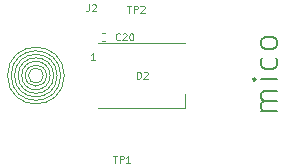
<source format=gto>
G04 #@! TF.GenerationSoftware,KiCad,Pcbnew,7.0.10*
G04 #@! TF.CreationDate,2024-01-15T15:50:16+01:00*
G04 #@! TF.ProjectId,mico,6d69636f-2e6b-4696-9361-645f70636258,rev?*
G04 #@! TF.SameCoordinates,Original*
G04 #@! TF.FileFunction,Legend,Top*
G04 #@! TF.FilePolarity,Positive*
%FSLAX46Y46*%
G04 Gerber Fmt 4.6, Leading zero omitted, Abs format (unit mm)*
G04 Created by KiCad (PCBNEW 7.0.10) date 2024-01-15 15:50:16*
%MOMM*%
%LPD*%
G01*
G04 APERTURE LIST*
%ADD10C,0.120000*%
%ADD11C,0.200000*%
%ADD12C,0.060000*%
G04 APERTURE END LIST*
D10*
X123902082Y-112000000D02*
G75*
G03*
X119097918Y-112000000I-2402082J0D01*
G01*
X119097918Y-112000000D02*
G75*
G03*
X123902082Y-112000000I2402082J0D01*
G01*
X123600000Y-112000000D02*
G75*
G03*
X119400000Y-112000000I-2100000J0D01*
G01*
X119400000Y-112000000D02*
G75*
G03*
X123600000Y-112000000I2100000J0D01*
G01*
X123302776Y-112000000D02*
G75*
G03*
X119697224Y-112000000I-1802776J0D01*
G01*
X119697224Y-112000000D02*
G75*
G03*
X123302776Y-112000000I1802776J0D01*
G01*
X123003330Y-112000000D02*
G75*
G03*
X119996670Y-112000000I-1503330J0D01*
G01*
X119996670Y-112000000D02*
G75*
G03*
X123003330Y-112000000I1503330J0D01*
G01*
X122704159Y-112000000D02*
G75*
G03*
X120295841Y-112000000I-1204159J0D01*
G01*
X120295841Y-112000000D02*
G75*
G03*
X122704159Y-112000000I1204159J0D01*
G01*
X122400000Y-112000000D02*
G75*
G03*
X120600000Y-112000000I-900000J0D01*
G01*
X120600000Y-112000000D02*
G75*
G03*
X122400000Y-112000000I900000J0D01*
G01*
D11*
X141914838Y-114995238D02*
X140581504Y-114995238D01*
X140771980Y-114995238D02*
X140676742Y-114900000D01*
X140676742Y-114900000D02*
X140581504Y-114709524D01*
X140581504Y-114709524D02*
X140581504Y-114423809D01*
X140581504Y-114423809D02*
X140676742Y-114233333D01*
X140676742Y-114233333D02*
X140867219Y-114138095D01*
X140867219Y-114138095D02*
X141914838Y-114138095D01*
X140867219Y-114138095D02*
X140676742Y-114042857D01*
X140676742Y-114042857D02*
X140581504Y-113852381D01*
X140581504Y-113852381D02*
X140581504Y-113566667D01*
X140581504Y-113566667D02*
X140676742Y-113376190D01*
X140676742Y-113376190D02*
X140867219Y-113280952D01*
X140867219Y-113280952D02*
X141914838Y-113280952D01*
X141914838Y-112328571D02*
X140581504Y-112328571D01*
X139914838Y-112328571D02*
X140010076Y-112423809D01*
X140010076Y-112423809D02*
X140105314Y-112328571D01*
X140105314Y-112328571D02*
X140010076Y-112233333D01*
X140010076Y-112233333D02*
X139914838Y-112328571D01*
X139914838Y-112328571D02*
X140105314Y-112328571D01*
X141819600Y-110519047D02*
X141914838Y-110709523D01*
X141914838Y-110709523D02*
X141914838Y-111090476D01*
X141914838Y-111090476D02*
X141819600Y-111280952D01*
X141819600Y-111280952D02*
X141724361Y-111376190D01*
X141724361Y-111376190D02*
X141533885Y-111471428D01*
X141533885Y-111471428D02*
X140962457Y-111471428D01*
X140962457Y-111471428D02*
X140771980Y-111376190D01*
X140771980Y-111376190D02*
X140676742Y-111280952D01*
X140676742Y-111280952D02*
X140581504Y-111090476D01*
X140581504Y-111090476D02*
X140581504Y-110709523D01*
X140581504Y-110709523D02*
X140676742Y-110519047D01*
X141914838Y-109376190D02*
X141819600Y-109566666D01*
X141819600Y-109566666D02*
X141724361Y-109661904D01*
X141724361Y-109661904D02*
X141533885Y-109757142D01*
X141533885Y-109757142D02*
X140962457Y-109757142D01*
X140962457Y-109757142D02*
X140771980Y-109661904D01*
X140771980Y-109661904D02*
X140676742Y-109566666D01*
X140676742Y-109566666D02*
X140581504Y-109376190D01*
X140581504Y-109376190D02*
X140581504Y-109090475D01*
X140581504Y-109090475D02*
X140676742Y-108899999D01*
X140676742Y-108899999D02*
X140771980Y-108804761D01*
X140771980Y-108804761D02*
X140962457Y-108709523D01*
X140962457Y-108709523D02*
X141533885Y-108709523D01*
X141533885Y-108709523D02*
X141724361Y-108804761D01*
X141724361Y-108804761D02*
X141819600Y-108899999D01*
X141819600Y-108899999D02*
X141914838Y-109090475D01*
X141914838Y-109090475D02*
X141914838Y-109376190D01*
D10*
X122132456Y-112000000D02*
G75*
G03*
X120867544Y-112000000I-632456J0D01*
G01*
X120867544Y-112000000D02*
G75*
G03*
X122132456Y-112000000I632456J0D01*
G01*
D12*
X130057143Y-112274451D02*
X130057143Y-111674451D01*
X130057143Y-111674451D02*
X130200000Y-111674451D01*
X130200000Y-111674451D02*
X130285714Y-111703022D01*
X130285714Y-111703022D02*
X130342857Y-111760165D01*
X130342857Y-111760165D02*
X130371428Y-111817308D01*
X130371428Y-111817308D02*
X130400000Y-111931594D01*
X130400000Y-111931594D02*
X130400000Y-112017308D01*
X130400000Y-112017308D02*
X130371428Y-112131594D01*
X130371428Y-112131594D02*
X130342857Y-112188737D01*
X130342857Y-112188737D02*
X130285714Y-112245880D01*
X130285714Y-112245880D02*
X130200000Y-112274451D01*
X130200000Y-112274451D02*
X130057143Y-112274451D01*
X130628571Y-111731594D02*
X130657143Y-111703022D01*
X130657143Y-111703022D02*
X130714286Y-111674451D01*
X130714286Y-111674451D02*
X130857143Y-111674451D01*
X130857143Y-111674451D02*
X130914286Y-111703022D01*
X130914286Y-111703022D02*
X130942857Y-111731594D01*
X130942857Y-111731594D02*
X130971428Y-111788737D01*
X130971428Y-111788737D02*
X130971428Y-111845880D01*
X130971428Y-111845880D02*
X130942857Y-111931594D01*
X130942857Y-111931594D02*
X130600000Y-112274451D01*
X130600000Y-112274451D02*
X130971428Y-112274451D01*
X126471428Y-110674451D02*
X126128571Y-110674451D01*
X126300000Y-110674451D02*
X126300000Y-110074451D01*
X126300000Y-110074451D02*
X126242857Y-110160165D01*
X126242857Y-110160165D02*
X126185714Y-110217308D01*
X126185714Y-110217308D02*
X126128571Y-110245880D01*
X128614285Y-108967308D02*
X128585713Y-108995880D01*
X128585713Y-108995880D02*
X128499999Y-109024451D01*
X128499999Y-109024451D02*
X128442856Y-109024451D01*
X128442856Y-109024451D02*
X128357142Y-108995880D01*
X128357142Y-108995880D02*
X128299999Y-108938737D01*
X128299999Y-108938737D02*
X128271428Y-108881594D01*
X128271428Y-108881594D02*
X128242856Y-108767308D01*
X128242856Y-108767308D02*
X128242856Y-108681594D01*
X128242856Y-108681594D02*
X128271428Y-108567308D01*
X128271428Y-108567308D02*
X128299999Y-108510165D01*
X128299999Y-108510165D02*
X128357142Y-108453022D01*
X128357142Y-108453022D02*
X128442856Y-108424451D01*
X128442856Y-108424451D02*
X128499999Y-108424451D01*
X128499999Y-108424451D02*
X128585713Y-108453022D01*
X128585713Y-108453022D02*
X128614285Y-108481594D01*
X128842856Y-108481594D02*
X128871428Y-108453022D01*
X128871428Y-108453022D02*
X128928571Y-108424451D01*
X128928571Y-108424451D02*
X129071428Y-108424451D01*
X129071428Y-108424451D02*
X129128571Y-108453022D01*
X129128571Y-108453022D02*
X129157142Y-108481594D01*
X129157142Y-108481594D02*
X129185713Y-108538737D01*
X129185713Y-108538737D02*
X129185713Y-108595880D01*
X129185713Y-108595880D02*
X129157142Y-108681594D01*
X129157142Y-108681594D02*
X128814285Y-109024451D01*
X128814285Y-109024451D02*
X129185713Y-109024451D01*
X129557142Y-108424451D02*
X129614285Y-108424451D01*
X129614285Y-108424451D02*
X129671428Y-108453022D01*
X129671428Y-108453022D02*
X129700000Y-108481594D01*
X129700000Y-108481594D02*
X129728571Y-108538737D01*
X129728571Y-108538737D02*
X129757142Y-108653022D01*
X129757142Y-108653022D02*
X129757142Y-108795880D01*
X129757142Y-108795880D02*
X129728571Y-108910165D01*
X129728571Y-108910165D02*
X129700000Y-108967308D01*
X129700000Y-108967308D02*
X129671428Y-108995880D01*
X129671428Y-108995880D02*
X129614285Y-109024451D01*
X129614285Y-109024451D02*
X129557142Y-109024451D01*
X129557142Y-109024451D02*
X129500000Y-108995880D01*
X129500000Y-108995880D02*
X129471428Y-108967308D01*
X129471428Y-108967308D02*
X129442857Y-108910165D01*
X129442857Y-108910165D02*
X129414285Y-108795880D01*
X129414285Y-108795880D02*
X129414285Y-108653022D01*
X129414285Y-108653022D02*
X129442857Y-108538737D01*
X129442857Y-108538737D02*
X129471428Y-108481594D01*
X129471428Y-108481594D02*
X129500000Y-108453022D01*
X129500000Y-108453022D02*
X129557142Y-108424451D01*
X125999999Y-105974451D02*
X125999999Y-106403022D01*
X125999999Y-106403022D02*
X125971428Y-106488737D01*
X125971428Y-106488737D02*
X125914285Y-106545880D01*
X125914285Y-106545880D02*
X125828571Y-106574451D01*
X125828571Y-106574451D02*
X125771428Y-106574451D01*
X126257142Y-106031594D02*
X126285714Y-106003022D01*
X126285714Y-106003022D02*
X126342857Y-105974451D01*
X126342857Y-105974451D02*
X126485714Y-105974451D01*
X126485714Y-105974451D02*
X126542857Y-106003022D01*
X126542857Y-106003022D02*
X126571428Y-106031594D01*
X126571428Y-106031594D02*
X126599999Y-106088737D01*
X126599999Y-106088737D02*
X126599999Y-106145880D01*
X126599999Y-106145880D02*
X126571428Y-106231594D01*
X126571428Y-106231594D02*
X126228571Y-106574451D01*
X126228571Y-106574451D02*
X126599999Y-106574451D01*
X129242856Y-106074451D02*
X129585714Y-106074451D01*
X129414285Y-106674451D02*
X129414285Y-106074451D01*
X129785714Y-106674451D02*
X129785714Y-106074451D01*
X129785714Y-106074451D02*
X130014285Y-106074451D01*
X130014285Y-106074451D02*
X130071428Y-106103022D01*
X130071428Y-106103022D02*
X130099999Y-106131594D01*
X130099999Y-106131594D02*
X130128571Y-106188737D01*
X130128571Y-106188737D02*
X130128571Y-106274451D01*
X130128571Y-106274451D02*
X130099999Y-106331594D01*
X130099999Y-106331594D02*
X130071428Y-106360165D01*
X130071428Y-106360165D02*
X130014285Y-106388737D01*
X130014285Y-106388737D02*
X129785714Y-106388737D01*
X130357142Y-106131594D02*
X130385714Y-106103022D01*
X130385714Y-106103022D02*
X130442857Y-106074451D01*
X130442857Y-106074451D02*
X130585714Y-106074451D01*
X130585714Y-106074451D02*
X130642857Y-106103022D01*
X130642857Y-106103022D02*
X130671428Y-106131594D01*
X130671428Y-106131594D02*
X130699999Y-106188737D01*
X130699999Y-106188737D02*
X130699999Y-106245880D01*
X130699999Y-106245880D02*
X130671428Y-106331594D01*
X130671428Y-106331594D02*
X130328571Y-106674451D01*
X130328571Y-106674451D02*
X130699999Y-106674451D01*
X128042856Y-118774451D02*
X128385714Y-118774451D01*
X128214285Y-119374451D02*
X128214285Y-118774451D01*
X128585714Y-119374451D02*
X128585714Y-118774451D01*
X128585714Y-118774451D02*
X128814285Y-118774451D01*
X128814285Y-118774451D02*
X128871428Y-118803022D01*
X128871428Y-118803022D02*
X128899999Y-118831594D01*
X128899999Y-118831594D02*
X128928571Y-118888737D01*
X128928571Y-118888737D02*
X128928571Y-118974451D01*
X128928571Y-118974451D02*
X128899999Y-119031594D01*
X128899999Y-119031594D02*
X128871428Y-119060165D01*
X128871428Y-119060165D02*
X128814285Y-119088737D01*
X128814285Y-119088737D02*
X128585714Y-119088737D01*
X129499999Y-119374451D02*
X129157142Y-119374451D01*
X129328571Y-119374451D02*
X129328571Y-118774451D01*
X129328571Y-118774451D02*
X129271428Y-118860165D01*
X129271428Y-118860165D02*
X129214285Y-118917308D01*
X129214285Y-118917308D02*
X129157142Y-118945880D01*
D10*
X126800000Y-109250000D02*
X134100000Y-109250000D01*
X126800000Y-114750000D02*
X134100000Y-114750000D01*
X134100000Y-114750000D02*
X134100000Y-113600000D01*
X127337836Y-108390000D02*
X127122164Y-108390000D01*
X127337836Y-109110000D02*
X127122164Y-109110000D01*
M02*

</source>
